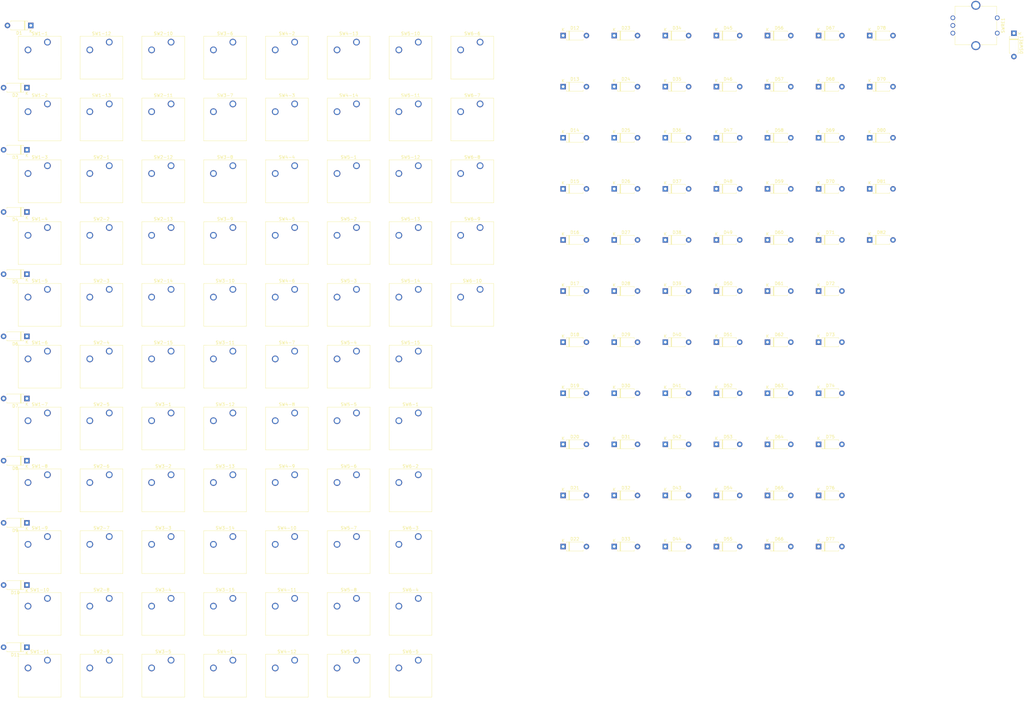
<source format=kicad_pcb>
(kicad_pcb (version 20221018) (generator pcbnew)
  (layers (0 "F.Cu" signal) (31 "B.Cu" signal) (34 "B.Paste" user) (35 "F.Paste" user) (36 "B.SilkS" user "B.Silkscreen") (37 "F.SilkS" user "F.Silkscreen") (38 "B.Mask" user) (39 "F.Mask" user) (44 "Edge.Cuts" user))
  (net 0 "")
  (net 1 "Net-(D1-K)")
  (net 2 "Column1")
  (net 3 "Net-(D2-K)")
  (net 4 "Column2")
  (net 5 "Net-(D3-K)")
  (net 6 "Column3")
  (net 7 "Net-(D4-K)")
  (net 8 "Column4")
  (net 9 "Net-(D5-K)")
  (net 10 "Column5")
  (net 11 "Net-(D6-K)")
  (net 12 "Column6")
  (net 13 "Net-(D7-K)")
  (net 14 "Column7")
  (net 15 "Net-(D8-K)")
  (net 16 "Column8")
  (net 17 "Net-(D9-K)")
  (net 18 "Column9")
  (net 19 "Net-(D10-K)")
  (net 20 "Column10")
  (net 21 "Net-(D11-K)")
  (net 22 "Column11")
  (net 23 "Net-(D12-K)")
  (net 24 "Column12")
  (net 25 "Net-(D13-K)")
  (net 26 "Column13")
  (net 27 "Net-(D14-K)")
  (net 28 "Net-(D15-K)")
  (net 29 "Net-(D16-K)")
  (net 30 "Net-(D17-K)")
  (net 31 "Net-(D18-K)")
  (net 32 "Net-(D19-K)")
  (net 33 "Net-(D20-K)")
  (net 34 "Net-(D21-K)")
  (net 35 "Net-(D22-K)")
  (net 36 "Net-(D23-K)")
  (net 37 "Net-(D24-K)")
  (net 38 "Net-(D25-K)")
  (net 39 "Net-(D26-K)")
  (net 40 "Net-(D27-K)")
  (net 41 "Column14")
  (net 42 "Net-(D28-K)")
  (net 43 "Column15")
  (net 44 "Net-(D29-K)")
  (net 45 "Net-(D30-K)")
  (net 46 "Net-(D31-K)")
  (net 47 "Net-(D32-K)")
  (net 48 "Net-(D33-K)")
  (net 49 "Net-(D34-K)")
  (net 50 "Net-(D35-K)")
  (net 51 "Net-(D36-K)")
  (net 52 "Net-(D37-K)")
  (net 53 "Net-(D38-K)")
  (net 54 "Net-(D39-K)")
  (net 55 "Net-(D40-K)")
  (net 56 "Net-(D41-K)")
  (net 57 "Net-(D42-K)")
  (net 58 "Net-(D43-K)")
  (net 59 "Net-(D44-K)")
  (net 60 "Net-(D45-K)")
  (net 61 "Net-(D46-K)")
  (net 62 "Net-(D47-K)")
  (net 63 "Net-(D48-K)")
  (net 64 "Net-(D49-K)")
  (net 65 "Net-(D50-K)")
  (net 66 "Net-(D51-K)")
  (net 67 "Net-(D52-K)")
  (net 68 "Net-(D53-K)")
  (net 69 "Net-(D54-K)")
  (net 70 "Net-(D55-K)")
  (net 71 "Net-(D56-K)")
  (net 72 "Net-(D57-K)")
  (net 73 "Net-(D58-K)")
  (net 74 "Net-(D59-K)")
  (net 75 "Net-(D60-K)")
  (net 76 "Net-(D61-K)")
  (net 77 "Net-(D62-K)")
  (net 78 "Net-(D63-K)")
  (net 79 "Net-(D64-K)")
  (net 80 "Net-(D65-K)")
  (net 81 "Net-(D66-K)")
  (net 82 "Net-(D67-K)")
  (net 83 "Net-(D68-K)")
  (net 84 "Net-(D69-K)")
  (net 85 "Net-(D70-K)")
  (net 86 "Net-(D71-K)")
  (net 87 "Net-(D72-K)")
  (net 88 "Net-(D73-K)")
  (net 89 "Net-(D74-K)")
  (net 90 "Net-(D75-K)")
  (net 91 "Net-(D76-K)")
  (net 92 "Net-(D77-K)")
  (net 93 "Net-(D78-K)")
  (net 94 "Net-(D79-K)")
  (net 95 "Net-(D80-K)")
  (net 96 "Net-(D81-K)")
  (net 97 "Net-(D82-K)")
  (net 98 "Net-(DSWRE1-K)")
  (net 99 "Row1")
  (net 100 "Row2")
  (net 101 "Row3")
  (net 102 "Row4")
  (net 103 "Row5")
  (net 104 "Row6")
  (net 105 "REA")
  (net 106 "REB")
  (net 107 "GND")
  (footprint "Button_Switch_Keyboard:SW_Cherry_MX_1.00u_PCB" (layer "F.Cu") (at 153.55 205.14)
    (fp_text reference "SW4-10")
    (fp_text value "SW_Push")
  )
  (footprint "Button_Switch_Keyboard:SW_Cherry_MX_1.00u_PCB" (layer "F.Cu") (at 113.15 144.54)
    (fp_text reference "SW2-15")
    (fp_text value "SW_Push")
  )
  (footprint "Diode_THT:D_A-405_P7.62mm_Horizontal" (layer "F.Cu") (at 274.685 74.795)
    (fp_text reference "D36")
    (fp_text value "DIODE")
  )
  (footprint "Diode_THT:D_A-405_P7.62mm_Horizontal" (layer "F.Cu") (at 66.04 180.34 180)
    (fp_text reference "D8")
    (fp_text value "DIODE")
  )
  (footprint "Diode_THT:D_A-405_P7.62mm_Horizontal" (layer "F.Cu") (at 291.385 158.295)
    (fp_text reference "D52")
    (fp_text value "DIODE")
  )
  (footprint "Button_Switch_Keyboard:SW_Cherry_MX_1.00u_PCB" (layer "F.Cu") (at 133.35 225.34)
    (fp_text reference "SW3-15")
    (fp_text value "SW_Push")
  )
  (footprint "Diode_THT:D_A-405_P7.62mm_Horizontal" (layer "F.Cu") (at 324.785 108.195)
    (fp_text reference "D71")
    (fp_text value "DIODE")
  )
  (footprint "Button_Switch_Keyboard:SW_Cherry_MX_1.00u_PCB" (layer "F.Cu") (at 173.75 43.54)
    (fp_text reference "SW4-13")
    (fp_text value "SW_Push")
  )
  (footprint "Diode_THT:D_A-405_P7.62mm_Horizontal" (layer "F.Cu") (at 241.285 174.995)
    (fp_text reference "D20")
    (fp_text value "DIODE")
  )
  (footprint "Diode_THT:D_A-405_P7.62mm_Horizontal" (layer "F.Cu") (at 341.485 41.395)
    (fp_text reference "D78")
    (fp_text value "DIODE")
  )
  (footprint "Diode_THT:D_A-405_P7.62mm_Horizontal" (layer "F.Cu") (at 291.385 41.395)
    (fp_text reference "D45")
    (fp_text value "DIODE")
  )
  (footprint "Diode_THT:D_A-405_P7.62mm_Horizontal" (layer "F.Cu") (at 257.985 208.395)
    (fp_text reference "D33")
    (fp_text value "DIODE")
  )
  (footprint "Diode_THT:D_A-405_P7.62mm_Horizontal" (layer "F.Cu") (at 274.685 58.095)
    (fp_text reference "D35")
    (fp_text value "DIODE")
  )
  (footprint "Button_Switch_Keyboard:SW_Cherry_MX_1.00u_PCB" (layer "F.Cu") (at 193.95 43.54)
    (fp_text reference "SW5-10")
    (fp_text value "SW_Push")
  )
  (footprint "Diode_THT:D_A-405_P7.62mm_Horizontal" (layer "F.Cu") (at 388.62 40.64 -90)
    (fp_text reference "DSWRE1")
    (fp_text value "DIODE")
  )
  (footprint "Diode_THT:D_A-405_P7.62mm_Horizontal" (layer "F.Cu") (at 324.785 124.895)
    (fp_text reference "D72")
    (fp_text value "DIODE")
  )
  (footprint "Diode_THT:D_A-405_P7.62mm_Horizontal" (layer "F.Cu") (at 257.985 141.595)
    (fp_text reference "D29")
    (fp_text value "DIODE")
  )
  (footprint "Diode_THT:D_A-405_P7.62mm_Horizontal" (layer "F.Cu") (at 324.785 41.395)
    (fp_text reference "D67")
    (fp_text value "DIODE")
  )
  (footprint "Button_Switch_Keyboard:SW_Cherry_MX_1.00u_PCB" (layer "F.Cu") (at 173.75 83.94)
    (fp_text reference "SW5-1")
    (fp_text value "SW_Push")
  )
  (footprint "Button_Switch_Keyboard:SW_Cherry_MX_1.00u_PCB" (layer "F.Cu") (at 193.95 144.54)
    (fp_text reference "SW5-15")
    (fp_text value "SW_Push")
  )
  (footprint "Button_Switch_Keyboard:SW_Cherry_MX_1.00u_PCB" (layer "F.Cu") (at 72.75 225.34)
    (fp_text reference "SW1-10")
    (fp_text value "SW_Push")
  )
  (footprint "Diode_THT:D_A-405_P7.62mm_Horizontal" (layer "F.Cu") (at 241.285 74.795)
    (fp_text reference "D14")
    (fp_text value "DIODE")
  )
  (footprint "Button_Switch_Keyboard:SW_Cherry_MX_1.00u_PCB" (layer "F.Cu") (at 133.35 205.14)
    (fp_text reference "SW3-14")
    (fp_text value "SW_Push")
  )
  (footprint "Diode_THT:D_A-405_P7.62mm_Horizontal" (layer "F.Cu") (at 291.385 108.195)
    (fp_text reference "D49")
    (fp_text value "DIODE")
  )
  (footprint "Rotary_Encoder:RotaryEncoder_Bourns_Vertical_PEC12R-3xxxF-Sxxxx" (layer "F.Cu") (at 368.67 35.6)
    (fp_text reference "SWRE1")
    (fp_text value "RotaryEncoder_Switch")
  )
  (footprint "Button_Switch_Keyboard:SW_Cherry_MX_1.00u_PCB" (layer "F.Cu") (at 113.15 124.34)
    (fp_text reference "SW2-14")
    (fp_text value "SW_Push")
  )
  (footprint "Diode_THT:D_A-405_P7.62mm_Horizontal" (layer "F.Cu") (at 308.085 158.295)
    (fp_text reference "D63")
    (fp_text value "DIODE")
  )
  (footprint "Button_Switch_Keyboard:SW_Cherry_MX_1.00u_PCB" (layer "F.Cu") (at 153.55 83.94)
    (fp_text reference "SW4-4")
    (fp_text value "SW_Push")
  )
  (footprint "Button_Switch_Keyboard:SW_Cherry_MX_1.00u_PCB" (layer "F.Cu") (at 92.95 124.34)
    (fp_text reference "SW2-3")
    (fp_text value "SW_Push")
  )
  (footprint "Diode_THT:D_A-405_P7.62mm_Horizontal" (layer "F.Cu") (at 274.685 41.395)
    (fp_text reference "D34")
    (fp_text value "DIODE")
  )
  (footprint "Button_Switch_Keyboard:SW_Cherry_MX_1.00u_PCB" (layer "F.Cu") (at 214.15 124.34)
    (fp_text reference "SW6-10")
    (fp_text value "SW_Push")
  )
  (footprint "Button_Switch_Keyboard:SW_Cherry_MX_1.00u_PCB" (layer "F.Cu") (at 72.75 164.74)
    (fp_text reference "SW1-7")
    (fp_text value "SW_Push")
  )
  (footprint "Button_Switch_Keyboard:SW_Cherry_MX_1.00u_PCB" (layer "F.Cu") (at 173.75 164.74)
    (fp_text reference "SW5-5")
    (fp_text value "SW_Push")
  )
  (footprint "Button_Switch_Keyboard:SW_Cherry_MX_1.00u_PCB" (layer "F.Cu") (at 193.95 83.94)
    (fp_text reference "SW5-12")
    (fp_text value "SW_Push")
  )
  (footprint "Diode_THT:D_A-405_P7.62mm_Horizontal" (layer "F.Cu") (at 324.785 208.395)
    (fp_text reference "D77")
    (fp_text value "DIODE")
  )
  (footprint "Diode_THT:D_A-405_P7.62mm_Horizontal" (layer "F.Cu") (at 241.285 208.395)
    (fp_text reference "D22")
    (fp_text value "DIODE")
  )
  (footprint "Diode_THT:D_A-405_P7.62mm_Horizontal" (layer "F.Cu") (at 66.04 220.98 180)
    (fp_text reference "D10")
    (fp_text value "DIODE")
  )
  (footprint "Diode_THT:D_A-405_P7.62mm_Horizontal" (layer "F.Cu") (at 274.685 91.495)
    (fp_text reference "D37")
    (fp_text value "DIODE")
  )
  (footprint "Diode_THT:D_A-405_P7.62mm_Horizontal" (layer "F.Cu") (at 66.04 160.02 180)
    (fp_text reference "D7")
    (fp_text value "DIODE")
  )
  (footprint "Button_Switch_Keyboard:SW_Cherry_MX_1.00u_PCB" (layer "F.Cu") (at 92.95 43.54)
    (fp_text reference "SW1-12")
    (fp_text value "SW_Push")
  )
  (footprint "Button_Switch_Keyboard:SW_Cherry_MX_1.00u_PCB" (layer "F.Cu") (at 193.95 63.74)
    (fp_text reference "SW5-11")
    (fp_text value "SW_Push")
  )
  (footprint "Diode_THT:D_A-405_P7.62mm_Horizontal" (layer "F.Cu") (at 66.04 241.3 180)
    (fp_text reference "D11")
    (fp_text value "DIODE")
  )
  (footprint "Diode_THT:D_A-405_P7.62mm_Horizontal" (layer "F.Cu") (at 308.085 58.095)
    (fp_text reference "D57")
    (fp_text value "DIODE")
  )
  (footprint "Button_Switch_Keyboard:SW_Cherry_MX_1.00u_PCB" (layer "F.Cu") (at 173.75 225.34)
    (fp_text reference "SW5-8")
    (fp_text value "SW_Push")
  )
  (footprint "Diode_THT:D_A-405_P7.62mm_Horizontal" (layer "F.Cu") (at 257.985 124.895)
    (fp_text reference "D28")
    (fp_text value "DIODE")
  )
  (footprint "Diode_THT:D_A-405_P7.62mm_Horizontal" (layer "F.Cu") (at 257.985 191.695)
    (fp_text reference "D32")
    (fp_text value "DIODE")
  )
  (footprint "Button_Switch_Keyboard:SW_Cherry_MX_1.00u_PCB" (layer "F.Cu") (at 193.95 184.94)
    (fp_text reference "SW6-2")
    (fp_text value "SW_Push")
  )
  (footprint "Button_Switch_Keyboard:SW_Cherry_MX_1.00u_PCB" (layer "F.Cu") (at 133.35 164.74)
    (fp_text reference "SW3-12")
    (fp_text value "SW_Push")
  )
  (footprint "Button_Switch_Keyboard:SW_Cherry_MX_1.00u_PCB" (layer "F.Cu") (at 173.75 184.94)
    (fp_text reference "SW5-6")
    (fp_text value "SW_Push")
  )
  (footprint "Diode_THT:D_A-405_P7.62mm_Horizontal" (layer "F.Cu") (at 324.785 174.995)
    (fp_text reference "D75")
    (fp_text value "DIODE")
  )
  (footprint "Button_Switch_Keyboard:SW_Cherry_MX_1.00u_PCB" (layer "F.Cu") (at 173.75 205.14)
    (fp_text reference "SW5-7")
    (fp_text value "SW_Push")
  )
  (footprint "Button_Switch_Keyboard:SW_Cherry_MX_1.00u_PCB" (layer "F.Cu") (at 133.35 83.94)
    (fp_text reference "SW3-8")
    (fp_text value "SW_Push")
  )
  (footprint "Diode_THT:D_A-405_P7.62mm_Horizontal" (layer "F.Cu") (at 341.485 91.495)
    (fp_text reference "D81")
    (fp_text value "DIODE")
  )
  (footprint "Button_Switch_Keyboard:SW_Cherry_MX_1.00u_PCB" (layer "F.Cu") (at 153.55 124.34)
    (fp_text reference "SW4-6")
    (fp_text value "SW_Push")
  )
  (footprint "Button_Switch_Keyboard:SW_Cherry_MX_1.00u_PCB" (layer "F.Cu") (at 92.95 144.54)
    (fp_text reference "SW2-4")
    (fp_text value "SW_Push")
  )
  (footprint "Button_Switch_Keyboard:SW_Cherry_MX_1.00u_PCB" (layer "F.Cu") (at 72.75 63.74)
    (fp_text reference "SW1-2")
    (fp_text value "SW_Push")
  )
  (footprint "Button_Switch_Keyboard:SW_Cherry_MX_1.00u_PCB" (layer "F.Cu") (at 113.15 225.34)
    (fp_text reference "SW3-4")
    (fp_text value "SW_Push")
  )
  (footprint "Button_Switch_Keyboard:SW_Cherry_MX_1.00u_PCB" (layer "F.Cu") (at 113.15 184.94)
    (fp_text reference "SW3-2")
    (fp_text value "SW_Push")
  )
  (footprint "Diode_THT:D_A-405_P7.62mm_Horizontal" (layer "F.Cu") (at 66.04 78.74 180)
    (fp_text reference "D3")
    (fp_text value "DIODE")
  )
  (footprint "Button_Switch_Keyboard:SW_Cherry_MX_1.00u_PCB" (layer "F.Cu") (at 92.95 164.74)
    (fp_text reference "SW2-5")
    (fp_text value "SW_Push")
  )
  (footprint "Diode_THT:D_A-405_P7.62mm_Horizontal" (layer "F.Cu") (at 341.485 74.795)
    (fp_text reference "D80")
    (fp_text value "DIODE")
  )
  (footprint "Button_Switch_Keyboard:SW_Cherry_MX_1.00u_PCB" (layer "F.Cu") (at 173.75 104.14)
    (fp_text reference "SW5-2")
    (fp_text value "SW_Push")
  )
  (footprint "Button_Switch_Keyboard:SW_Cherry_MX_1.00u_PCB" (layer "F.Cu") (at 214.15 63.74)
    (fp_text reference "SW6-7")
    (fp_text value "SW_Push")
  )
  (footprint "Button_Switch_Keyboard:SW_Cherry_MX_1.00u_PCB" (layer "F.Cu") (at 92.95 63.74)
    (fp_text reference "SW1-13")
    (fp_text value "SW_Push")
  )
  (footprint "Diode_THT:D_A-405_P7.62mm_Horizontal" (layer "F.Cu") (at 66.04 200.66 180)
    (fp_text reference "D9")
    (fp_text value "DIODE")
  )
  (footprint "Button_Switch_Keyboard:SW_Cherry_MX_1.00u_PCB" (layer "F.Cu") (at 153.55 184.94)
    (fp_text reference "SW4-9")
    (fp_text value "SW_Push")
  )
  (footprint "Diode_THT:D_A-405_P7.62mm_Horizontal" (layer "F.Cu") (at 257.985 74.795)
    (fp_text reference "D25")
    (fp_text value "DIODE")
  )
  (footprint "Diode_THT:D_A-405_P7.62mm_Horizontal" (layer "F.Cu") (at 241.285 124.895)
    (fp_text reference "D17")
    (fp_text value "DIODE")
  )
  (footprint "Diode_THT:D_A-405_P7.62mm_Horizontal" (layer "F.Cu") (at 291.385 208.395)
    (fp_text reference "D55")
    (fp_text value "DIODE")
  )
  (footprint "Diode_THT:D_A-405_P7.62mm_Horizontal" (layer "F.Cu") (at 308.085 91.495)
    (fp_text reference "D59")
    (fp_text value "DIODE")
  )
  (footprint "Diode_THT:D_A-405_P7.62mm_Horizontal" (layer "F.Cu") (at 291.385 191.695)
    (fp_text reference "D54")
    (fp_text value "DIODE")
  )
  (footprint "Diode_THT:D_A-405_P7.62mm_Horizontal" (layer "F.Cu") (at 291.385 124.895)
    (fp_text reference "D50")
    (fp_text value "DIODE")
  )
  (footprint "Button_Switch_Keyboard:SW_Cherry_MX_1.00u_PCB" (layer "F.Cu") (at 72.75 104.14)
    (fp_text reference "SW1-4")
    (fp_text value "SW_Push")
  )
  (footprint "Diode_THT:D_A-405_P7.62mm_Horizontal" (layer "F.Cu") (at 274.685 158.295)
    (fp_text reference "D41")
    (fp_text value "DIODE")
  )
  (footprint "Diode_THT:D_A-405_P7.62mm_Horizontal" (layer "F.Cu") (at 67.31 38.1 180)
    (fp_text reference "D1")
    (fp_text value "DIODE")
  )
  (footprint "Diode_THT:D_A-405_P7.62mm_Horizontal" (layer "F.Cu") (at 291.385 141.595)
    (fp_text reference "D51")
    (fp_text value "DIODE")
  )
  (footprint "Button_Switch_Keyboard:SW_Cherry_MX_1.00u_PCB" (layer "F.Cu") (at 153.55 164.74)
    (fp_text reference "SW4-8")
    (fp_text value "SW_Push")
  )
  (footprint "Button_Switch_Keyboard:SW_Cherry_MX_1.00u_PCB" (layer "F.Cu") (at 214.15 43.54)
    (fp_text reference "SW6-6")
    (fp_text value "SW_Push")
  )
  (footprint "Button_Switch_Keyboard:SW_Cherry_MX_1.00u_PCB" (layer "F.Cu") (at 173.75 144.54)
    (fp_text reference "SW5-4")
    (fp_text value "SW_Push")
  )
  (footprint "Diode_THT:D_A-405_P7.62mm_Horizontal" (layer "F.Cu") (at 66.04 58.42 180)
    (fp_text reference "D2")
    (fp_text value "DIODE")
  )
  (footprint "Button_Switch_Keyboard:SW_Cherry_MX_1.00u_PCB" (layer "F.Cu") (at 193.95 225.34)
    (fp_text reference "SW6-4")
    (fp_text value "SW_Push")
  )
  (footprint "Button_Switch_Keyboard:SW_Cherry_MX_1.00u_PCB" (layer "F.Cu") (at 133.35 124.34)
    (fp_text reference "SW3-10")
    (fp_text value "SW_Push")
  )
  (footprint "Diode_THT:D_A-405_P7.62mm_Horizontal" (layer "F.Cu") (at 308.085 208.395)
    (fp_text reference "D66")
    (fp_text value "DIODE")
  )
  (footprint "Diode_THT:D_A-405_P7.62mm_Horizontal" (layer "F.Cu") (at 324.785 74.795)
    (fp_text reference "D69")
    (fp_text value "DIODE")
  )
  (footprint "Button_Switch_Keyboard:SW_Cherry_MX_1.00u_PCB" (layer "F.Cu") (at 72.75 83.94)
    (fp_text reference "SW1-3")
    (fp_text value "SW_Push")
  )
  (footprint "Diode_THT:D_A-405_P7.62mm_Horizontal" (layer "F.Cu") (at 274.685 191.695)
    (fp_text reference "D43")
    (fp_text value "DIODE")
  )
  (footprint "Diode_THT:D_A-405_P7.62mm_Horizontal" (layer "F.Cu") (at 274.685 208.395)
    (fp_text reference "D44")
    (fp_text value "DIODE")
  )
  (footprint "Button_Switch_Keyboard:SW_Cherry_MX_1.00u_PCB" (layer "F.Cu") (at 133.35 43.54)
    (fp_text reference "SW3-6")
    (fp_text value "SW_Push")
  )
  (footprint "Diode_THT:D_A-405_P7.62mm_Horizontal" (layer "F.Cu") (at 324.785 141.595)
    (fp_text reference "D73")
    (fp_text value "DIODE")
  )
  (footprint "Button_Switch_Keyboard:SW_Cherry_MX_1.00u_PCB" (layer "F.Cu") (at 113.15 205.14)
    (fp_text reference "SW3-3")
    (fp_text value "SW_Push")
  )
  (footprint "Button_Switch_Keyboard:SW_Cherry_MX_1.00u_PCB" (layer "F.Cu") (at 92.95 205.14)
    (fp_text reference "SW2-7")
    (fp_text value "SW_Push")
  )
  (footprint "Button_Switch_Keyboard:SW_Cherry_MX_1.00u_PCB" (layer "F.Cu") (at 153.55 144.54)
    (fp_text reference "SW4-7")
    (fp_text value "SW_Push")
  )
  (footprint "Diode_THT:D_A-405_P7.62mm_Horizontal" (layer "F.Cu") (at 257.985 41.395)
    (fp_text reference "D23")
    (fp_text value "DIODE")
  )
  (footprint "Button_Switch_Keyboard:SW_Cherry_MX_1.00u_PCB" (layer "F.Cu") (at 153.55 63.74)
    (fp_text reference "SW4-3")
    (fp_text value "SW_Push")
  )
  (footprint "Button_Switch_Keyboard:SW_Cherry_MX_1.00u_PCB" (layer "F.Cu") (at 72.75 43.54)
    (fp_text reference "SW1-1")
    (fp_text value "SW_Push")
  )
  (footprint "Diode_THT:D_A-405_P7.62mm_Horizontal" (layer "F.Cu") (at 308.085 108.195)
    (fp_text reference "D60")
    (fp_text value "DIODE")
  )
  (footprint "Button_Switch_Keyboard:SW_Cherry_MX_1.00u_PCB" (layer "F.Cu") (at 113.15 43.54)
    (fp_text reference "SW2-10")
    (fp_text value "SW_Push")
  )
  (footprint "Button_Switch_Keyboard:SW_Cherry_MX_1.00u_PCB" (layer "F.Cu") (at 193.95 124.34)
    (fp_text reference "SW5-14")
    (fp_text value "SW_Push")
  )
  (footprint "Button_Switch_Keyboard:SW_Cherry_MX_1.00u_PCB" (layer "F.Cu") (at 113.15 164.74)
    (fp_text reference "SW3-1")
    (fp_text value "SW_Push")
  )
  (footprint "Button_Switch_Keyboard:SW_Cherry_MX_1.00u_PCB" (layer "F.Cu") (at 153.55 225.34)
    (fp_text reference "SW4-11")
    (fp_text value "SW_Push")
  )
  (footprint "Diode_THT:D_A-405_P7.62mm_Horizontal" (layer "F.Cu") (at 291.385 58.095)
    (fp_text reference "D46")
    (fp_text value "DIODE")
  )
  (footprint "Diode_THT:D_A-405_P7.62mm_Horizontal" (layer "F.Cu") (at 257.985 108.195)
    (fp_text reference "D27")
    (fp_text value "DIODE")
  )
  (footprint "Diode_THT:D_A-405_P7.62mm_Horizontal" (layer "F.Cu") (at 241.285 191.695)
    (fp_text reference "D21")
    (fp_text value "DIODE")
  )
  (footprint "Button_Switch_Keyboard:SW_Cherry_MX_1.00u_PCB" (layer "F.Cu") (at 173.75 124.34)
    (fp_text reference "SW5-3")
    (fp_text value "SW_Push")
  )
  (footprint "Button_Switch_Keyboard:SW_Cherry_MX_1.00u_PCB" (layer "F.Cu") (at 72.75 184.94)
    (fp_text reference "SW1-8")
    (fp_text value "SW_Push")
  )
  (footprint "Diode_THT:D_A-405_P7.62mm_Horizontal" (layer "F.Cu") (at 274.685 174.995)
    (fp_text reference "D42")
    (fp_text value "DIODE")
  )
  (footprint "Button_Switch_Keyboard:SW_Cherry_MX_1.00u_PCB" (layer "F.Cu") (at 72.75 144.54)
    (fp_text reference "SW1-6")
    (fp_text value "SW_Push")
  )
  (footprint "Diode_THT:D_A-405_P7.62mm_Horizontal" (layer "F.Cu") (at 324.785 58.095)
    (fp_text reference "D68")
    (fp_text value "DIODE")
  )
  (footprint "Diode_THT:D_A-405_P7.62mm_Horizontal" (layer "F.Cu") (at 308.085 74.795)
    (fp_text reference "D58")
    (fp_text value "DIODE")
  )
  (footprint "Diode_THT:D_A-405_P7.62mm_Horizontal" (layer "F.Cu") (at 308.085 41.395)
    (fp_text reference "D56")
    (fp_text value "DIODE")
  )
  (footprint "Button_Switch_Keyboard:SW_Cherry_MX_1.00u_PCB" (layer "F.Cu") (at 173.75 245.54)
    (fp_text reference "SW5-9")
    (fp_text value "SW_Push")
  )
  (footprint "Diode_THT:D_A-405_P7.62mm_Horizontal" (layer "F.Cu") (at 66.04 119.38 180)
    (fp_text reference "D5")
    (fp_text value "DIODE")
  )
  (footprint "Diode_THT:D_A-405_P7.62mm_Horizontal" (layer "F.Cu") (at 274.685 108.195)
    (fp_text reference "D38")
    (fp_text value "DIODE")
  )
  (footprint "Button_Switch_Keyboard:SW_Cherry_MX_1.00u_PCB" (layer "F.Cu") (at 92.95 104.14)
    (fp_text reference "SW2-2")
    (fp_text value "SW_Push")
  )
  (footprint "Diode_THT:D_A-405_P7.62mm_Horizontal" (layer "F.Cu") (at 324.785 158.295)
    (fp_text reference "D74")
    (fp_text value "DIODE")
  )
  (footprint "Diode_THT:D_A-405_P7.62mm_Horizontal" (layer "F.Cu") (at 257.985 58.095)
    (fp_text reference "D24")
    (fp_text value "DIODE")
  )
  (footprint "Diode_THT:D_A-405_P7.62mm_Horizontal" (layer "F.Cu") (at 341.485 108.195)
    (fp_text reference "D82")
    (fp_text value "DIODE")
  )
  (footprint "Diode_THT:D_A-405_P7.62mm_Horizontal" (layer "F.Cu") (at 274.685 124.895)
    (fp_text reference "D39")
    (fp_text value "DIODE")
  )
  (footprint "Diode_THT:D_A-405_P7.62mm_Horizontal" (layer "F.Cu") (at 241.285 58.095)
    (fp_text reference "D13")
    (fp_text value "DIODE")
  )
  (footprint "Button_Switch_Keyboard:SW_Cherry_MX_1.00u_PCB" (layer "F.Cu") (at 153.55 104.14)
    (fp_text reference "SW4-5")
    (fp_text value "SW_Push")
  )
  (footprint "Diode_THT:D_A-405_P7.62mm_Horizontal" (layer "F.Cu") (at 241.285 158.295)
    (fp_text reference "D19")
    (fp_text value "DIODE")
  )
  (footprint "Button_Switch_Keyboard:SW_Cherry_MX_1.00u_PCB" (layer "F.Cu") (at 133.35 184.94)
    (fp_text reference "SW3-13")
    (fp_text value "SW_Push")
  )
  (footprint "Diode_THT:D_A-405_P7.62mm_Horizontal" (layer "F.Cu") (at 308.085 124.895)
    (fp_text reference "D61")
    (fp_text value "DIODE")
  )
  (footprint "Diode_THT:D_A-405_P7.62mm_Horizontal" (layer "F.Cu") (at 241.285 141.595)
    (fp_text reference "D18")
    (fp_text value "DIODE")
  )
  (footprint "Button_Switch_Keyboard:SW_Cherry_MX_1.00u_PCB" (layer "F.Cu") (at 193.95 164.74)
    (fp_text reference "SW6-1")
    (fp_text value "SW_Push")
  )
  (footprint "Diode_THT:D_A-405_P7.62mm_Horizontal" (layer "F.Cu") (at 308.085 141.595)
    (fp_text reference "D62")
    (fp_text value "DIODE")
  )
  (footprint "Diode_THT:D_A-405_P7.62mm_Horizontal" (layer "F.Cu") (at 66.04 99.06 180)
    (fp_text reference "D4")
    (fp_text value "DIODE")
  )
  (footprint "Diode_THT:D_A-405_P7.62mm_Horizontal" (layer "F.Cu") (at 66.04 139.7 180)
    (fp_text reference "D6")
    (fp_text value "DIODE")
  )
  (footprint "Button_Switch_Keyboard:SW_Cherry_MX_1.00u_PCB" (layer "F.Cu") (at 133.35 104.14)
    (fp_text reference "SW3-9")
    (fp_text value "SW_Push")
  )
  (footprint "Button_Switch_Keyboard:SW_Cherry_MX_1.00u_PCB" (layer "F.Cu") (at 133.35 245.54)
    (fp_text reference "SW4-1")
    (fp_text value "SW_Push")
  )
  (footprint "Button_Switch_Keyboard:SW_Cherry_MX_1.00u_PCB" (layer "F.Cu") (at 92.95 83.94)
    (fp_text reference "SW2-1")
    (fp_text value "SW_Push")
  )
  (footprint "Diode_THT:D_A-405_P7.62mm_Horizontal" (layer "F.Cu") (at 291.385 74.795)
    (fp_text reference "D47")
    (fp_text value "DIODE")
  )
  (footprint "Button_Switch_Keyboard:SW_Cherry_MX_1.00u_PCB" (layer "F.Cu") (at 92.95 225.34)
    (fp_text reference "SW2-8")
    (fp_text value "SW_Push")
  )
  (footprint "Diode_THT:D_A-405_P7.62mm_Horizontal" (layer "F.Cu") (at 308.085 174.995)
    (fp_text reference "D64")
    (fp_text value "DIODE")
  )
  (footprint "Button_Switch_Keyboard:SW_Cherry_MX_1.00u_PCB" (layer "F.Cu") (at 133.35 144.54)
    (fp_text reference "SW3-11")
    (fp_text value "SW_Push")
  )
  (footprint "Diode_THT:D_A-405_P7.62mm_Horizontal" (layer "F.Cu") (at 257.985 158.295)
    (fp_text reference "D30")
    (fp_text value "DIODE")
  )
  (footprint "Button_Switch_Keyboard:SW_Cherry_MX_1.00u_PCB" (layer "F.Cu") (at 113.15 63.74)
    (fp_text reference "SW2-11")
    (fp_text value "SW_Push")
  )
  (footprint "Button_Switch_Keyboard:SW_Cherry_MX_1.00u_PCB" (layer "F.Cu") (at 153.55 245.54)
    (fp_text reference "SW4-12")
    (fp_text value "SW_Push")
  )
  (footprint "Diode_THT:D_A-405_P7.62mm_Horizontal" (layer "F.Cu") (at 324.785 191.695)
    (fp_text reference "D76")
    (fp_text value "DIODE")
  )
  (footprint "Button_Switch_Keyboard:SW_Cherry_MX_1.00u_PCB" (layer "F.Cu") (at 113.15 245.54)
    (fp_text reference "SW3-5")
    (fp_text value "SW_Push")
  )
  (footprint "Button_Switch_Keyboard:SW_Cherry_MX_1.00u_PCB" (layer "F.Cu") (at 153.55 43.54)
    (fp_text reference "SW4-2")
    (fp_text value "SW_Push")
  )
  (footprint "Button_Switch_Keyboard:SW_Cherry_MX_1.00u_PCB" (layer "F.Cu") (at 113.15 83.94)
    (fp_text reference "SW2-12")
    (fp_text value "SW_Push")
  )
  (footprint "Diode_THT:D_A-405_P7.62mm_Horizontal" (layer "F.Cu") (at 291.385 91.495)
    (fp_text reference "D48")
    (fp_text value "DIODE")
  )
  (footprint "Diode_THT:D_A-405_P7.62mm_Horizontal" (layer "F.Cu") (at 241.285 41.395)
    (fp_text reference "D12")
    (fp_text value "DIODE")
  )
  (footprint "Button_Switch_Keyboard:SW_Cherry_MX_1.00u_PCB" (layer "F.Cu") (at 173.75 63.74)
    (fp_text reference "SW4-14")
    (fp_text value "SW_Push")
  )
  (footprint "Diode_THT:D_A-405_P7.62mm_Horizontal" (layer "F.Cu") (at 274.685 141.595)
    (fp_text reference "D40")
    (fp_text value "DIODE")
  )
  (footprint "Diode_THT:D_A-405_P7.62mm_Horizontal" (layer "F.Cu") (at 291.385 174.995)
    (fp_text reference "D53")
    (fp_text value "DIODE")
  )
  (footprint "Diode_THT:D_A-405_P7.62mm_Horizontal" (layer "F.Cu") (at 257.985 174.995)
    (fp_text reference "D31")
    (fp_text value "DIODE")
  )
  (footprint "Button_Switch_Keyboard:SW_Cherry_MX_1.00u_PCB" (layer "F.Cu") (at 72.75 124.34)
    (fp_text reference "SW1-5")
    (fp_text value "SW_Push")
  )
  (footprint "Button_Switch_Keyboard:SW_Cherry_MX_1.00u_PCB" (layer "F.Cu") (at 92.95 245.54)
    (fp_text reference "SW2-9")
    (fp_text value "SW_Push")
  )
  (footprint "Diode_THT:D_A-405_P7.62mm_Horizontal" (layer "F.Cu") (at 257.985 91.495)
    (fp_text reference "D26")
    (fp_text value "DIODE")
  )
  (footprint "Button_Switch_Keyboard:SW_Cherry_MX_1.00u_PCB" (layer "F.Cu") (at 72.75 205.14)
    (fp_text reference "SW1-9")
    (fp_text value "SW_Push")
  )
  (footprint "Diode_THT:D_A-405_P7.62mm_Horizontal" (layer "F.Cu") (at 241.285 108.195)
    (fp_text reference "D16")
    (fp_text value "DIODE")
  )
  (footprint "Diode_THT:D_A-405_P7.62mm_Horizontal" (layer "F.Cu") (at 241.285 91.495)
    (fp_text reference "D15")
    (fp_text value "DIODE")
  )
  (footprint "Button_Switch_Keyboard:SW_Cherry_MX_1.00u_PCB" (layer "F.Cu") (at 193.95 245.54)
    (fp_text reference "SW6-5")
    (fp_text value "SW_Push")
  )
  (footprint "Button_Switch_Keyboard:SW_Cherry_MX_1.00u_PCB" (layer "F.Cu") (at 214.15 104.14)
    (fp_text reference "SW6-9")
    (fp_text value "SW_Push")
  )
  (footprint "Button_Switch_Keyboard:SW_Cherry_MX_1.00u_PCB" (layer "F.Cu") (at 133.35 63.74)
    (fp_text reference "SW3-7")
    (fp_text value "SW_Push")
  )
  (footprint "Button_Switch_Keyboard:SW_Cherry_MX_1.00u_PCB" (layer "F.Cu") (at 72.75 245.54)
    (fp_text reference "SW1-11")
    (fp_text value "SW_Push")
  )
  (footprint "Diode_THT:D_A-405_P7.62mm_Horizontal" (layer "F.Cu") (at 308.085 191.695)
    (fp_text reference "D65")
    (fp_text value "DIODE")
  )
  (footprint "Button_Switch_Keyboard:SW_Cherry_MX_1.00u_PCB" (layer "F.Cu") (at 92.95 184.94)
    (fp_text reference "SW2-6")
    (fp_text value "SW_Push")
  )
  (footprint "Button_Switch_Keyboard:SW_Cherry_MX_1.00u_PCB" (layer "F.Cu") (at 193.95 205.14)
    (fp_text reference "SW6-3")
    (fp_text value "SW_Push")
  )
  (footprint "Diode_THT:D_A-405_P7.62mm_Horizontal" (layer "F.Cu") (at 324.785 91.495)
    (fp_text reference "D70")
    (fp_text value "DIODE")
  )
  (footprint "Button_Switch_Keyboard:SW_Cherry_MX_1.00u_PCB" (layer "F.Cu") (at 193.95 104.14)
    (fp_text reference "SW5-13")
    (fp_text value "SW_Push")
  )
  (footprint "Diode_THT:D_A-405_P7.62mm_Horizontal" (layer "F.Cu") (at 341.485 58.095)
    (fp_text reference "D79")
    (fp_text value "DIODE")
  )
  (footprint "Button_Switch_Keyboard:SW_Cherry_MX_1.00u_PCB" (layer "F.Cu") (at 214.15 83.94)
    (fp_text reference "SW6-8")
    (fp_text value "SW_Push")
  )
  (footprint "Button_Switch_Keyboard:SW_Cherry_MX_1.00u_PCB" (layer "F.Cu") (at 113.15 104.14)
    (fp_text reference "SW2-13")
    (fp_text value "SW_Push")
  )
)
</source>
